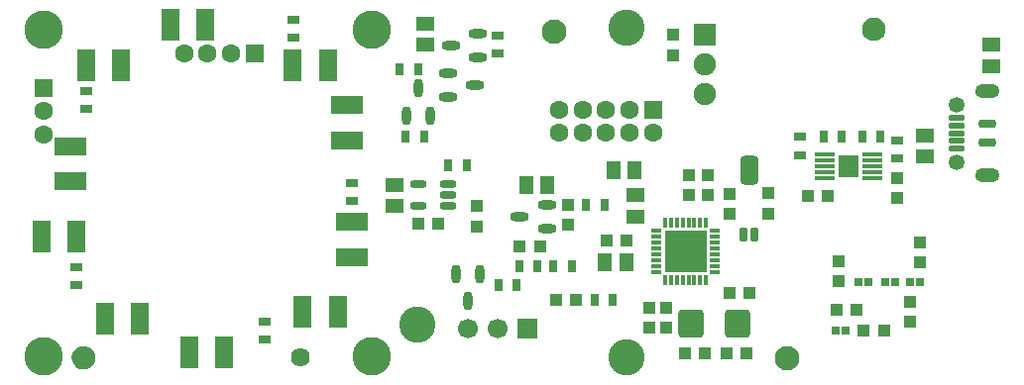
<source format=gts>
G04*
G04 #@! TF.GenerationSoftware,Altium Limited,Altium Designer,18.1.7 (191)*
G04*
G04 Layer_Color=8388736*
%FSLAX24Y24*%
%MOIN*%
G70*
G01*
G75*
%ADD36R,0.0315X0.0394*%
%ADD37R,0.0394X0.0433*%
%ADD38R,0.0433X0.0394*%
%ADD39O,0.0320X0.0630*%
%ADD40O,0.0571X0.0276*%
%ADD41R,0.0610X0.0492*%
%ADD42R,0.0492X0.0610*%
%ADD43O,0.0630X0.0320*%
G04:AMPARAMS|DCode=44|XSize=47.2mil|YSize=27.6mil|CornerRadius=7.9mil|HoleSize=0mil|Usage=FLASHONLY|Rotation=90.000|XOffset=0mil|YOffset=0mil|HoleType=Round|Shape=RoundedRectangle|*
%AMROUNDEDRECTD44*
21,1,0.0472,0.0118,0,0,90.0*
21,1,0.0315,0.0276,0,0,90.0*
1,1,0.0157,0.0059,0.0157*
1,1,0.0157,0.0059,-0.0157*
1,1,0.0157,-0.0059,-0.0157*
1,1,0.0157,-0.0059,0.0157*
%
%ADD44ROUNDEDRECTD44*%
G04:AMPARAMS|DCode=45|XSize=98.4mil|YSize=63mil|CornerRadius=16.7mil|HoleSize=0mil|Usage=FLASHONLY|Rotation=90.000|XOffset=0mil|YOffset=0mil|HoleType=Round|Shape=RoundedRectangle|*
%AMROUNDEDRECTD45*
21,1,0.0984,0.0295,0,0,90.0*
21,1,0.0650,0.0630,0,0,90.0*
1,1,0.0335,0.0148,0.0325*
1,1,0.0335,0.0148,-0.0325*
1,1,0.0335,-0.0148,-0.0325*
1,1,0.0335,-0.0148,0.0325*
%
%ADD45ROUNDEDRECTD45*%
%ADD46R,0.0394X0.0315*%
%ADD47O,0.0150X0.0374*%
%ADD48O,0.0374X0.0150*%
%ADD49R,0.1398X0.1398*%
%ADD50R,0.0591X0.0453*%
G04:AMPARAMS|DCode=51|XSize=94.5mil|YSize=86.6mil|CornerRadius=14.4mil|HoleSize=0mil|Usage=FLASHONLY|Rotation=270.000|XOffset=0mil|YOffset=0mil|HoleType=Round|Shape=RoundedRectangle|*
%AMROUNDEDRECTD51*
21,1,0.0945,0.0579,0,0,270.0*
21,1,0.0657,0.0866,0,0,270.0*
1,1,0.0287,-0.0289,-0.0329*
1,1,0.0287,-0.0289,0.0329*
1,1,0.0287,0.0289,0.0329*
1,1,0.0287,0.0289,-0.0329*
%
%ADD51ROUNDEDRECTD51*%
%ADD52R,0.0256X0.0276*%
%ADD53O,0.0709X0.0157*%
%ADD54R,0.0657X0.0780*%
%ADD55R,0.0630X0.1063*%
%ADD56R,0.1063X0.0630*%
G04:AMPARAMS|DCode=57|XSize=19.7mil|YSize=53.1mil|CornerRadius=5.9mil|HoleSize=0mil|Usage=FLASHONLY|Rotation=270.000|XOffset=0mil|YOffset=0mil|HoleType=Round|Shape=RoundedRectangle|*
%AMROUNDEDRECTD57*
21,1,0.0197,0.0413,0,0,270.0*
21,1,0.0079,0.0531,0,0,270.0*
1,1,0.0118,-0.0207,-0.0039*
1,1,0.0118,-0.0207,0.0039*
1,1,0.0118,0.0207,0.0039*
1,1,0.0118,0.0207,-0.0039*
%
%ADD57ROUNDEDRECTD57*%
G04:AMPARAMS|DCode=58|XSize=57.1mil|YSize=27.6mil|CornerRadius=7.9mil|HoleSize=0mil|Usage=FLASHONLY|Rotation=0.000|XOffset=0mil|YOffset=0mil|HoleType=Round|Shape=RoundedRectangle|*
%AMROUNDEDRECTD58*
21,1,0.0571,0.0118,0,0,0.0*
21,1,0.0413,0.0276,0,0,0.0*
1,1,0.0157,0.0207,-0.0059*
1,1,0.0157,-0.0207,-0.0059*
1,1,0.0157,-0.0207,0.0059*
1,1,0.0157,0.0207,0.0059*
%
%ADD58ROUNDEDRECTD58*%
%ADD59C,0.0512*%
%ADD60C,0.0827*%
%ADD61C,0.1220*%
%ADD62C,0.0630*%
%ADD63R,0.0630X0.0630*%
%ADD64C,0.0669*%
%ADD65R,0.0669X0.0669*%
%ADD66R,0.0630X0.0630*%
%ADD67R,0.0748X0.0748*%
%ADD68C,0.0748*%
%ADD69O,0.0827X0.0472*%
%ADD70C,0.0531*%
%ADD71C,0.1299*%
%ADD72C,0.0639*%
G36*
X26611Y25827D02*
X26624Y25724D01*
X26664Y25628D01*
X26727Y25546D01*
X26809Y25483D01*
X26905Y25443D01*
X27008Y25430D01*
X27111Y25443D01*
X27206Y25483D01*
X27289Y25546D01*
X27352Y25628D01*
X27391Y25724D01*
X27405Y25827D01*
D01*
X27391Y25930D01*
X27352Y26025D01*
X27289Y26108D01*
X27206Y26171D01*
X27111Y26210D01*
X27008Y26224D01*
X26905Y26210D01*
X26809Y26171D01*
X26727Y26108D01*
X26664Y26025D01*
X26624Y25930D01*
X26611Y25827D01*
D01*
D02*
G37*
G36*
X53186Y36890D02*
X53199Y36787D01*
X53239Y36691D01*
X53302Y36609D01*
X53384Y36546D01*
X53480Y36506D01*
X53583Y36493D01*
X53685Y36506D01*
X53781Y36546D01*
X53863Y36609D01*
X53927Y36691D01*
X53966Y36787D01*
X53980Y36890D01*
D01*
X53966Y36993D01*
X53927Y37088D01*
X53863Y37171D01*
X53781Y37234D01*
X53685Y37273D01*
X53583Y37287D01*
X53480Y37273D01*
X53384Y37234D01*
X53302Y37171D01*
X53239Y37088D01*
X53199Y36993D01*
X53186Y36890D01*
D01*
D02*
G37*
D36*
X41575Y28268D02*
D03*
X40965D02*
D03*
X44203Y27785D02*
D03*
X44813D02*
D03*
X44517Y30965D02*
D03*
X43907D02*
D03*
X39885Y32303D02*
D03*
X39275D02*
D03*
X38455Y33268D02*
D03*
X37845D02*
D03*
X38258Y35551D02*
D03*
X37648D02*
D03*
X43423Y28917D02*
D03*
X42813D02*
D03*
X42281D02*
D03*
X41672D02*
D03*
X53199Y33268D02*
D03*
X53809D02*
D03*
X52510D02*
D03*
X51900D02*
D03*
D37*
X52402Y29075D02*
D03*
Y28406D02*
D03*
X40226Y30925D02*
D03*
Y30256D02*
D03*
X43315Y30965D02*
D03*
Y30295D02*
D03*
X47992Y31319D02*
D03*
Y31988D02*
D03*
X47362Y31987D02*
D03*
Y31318D02*
D03*
X50039Y31358D02*
D03*
Y30689D02*
D03*
X48740Y31329D02*
D03*
Y30660D02*
D03*
X46024Y27500D02*
D03*
Y26831D02*
D03*
X46614Y26831D02*
D03*
Y27500D02*
D03*
X54793Y27028D02*
D03*
Y27697D02*
D03*
X55118Y29705D02*
D03*
Y29035D02*
D03*
X46821Y36693D02*
D03*
Y36024D02*
D03*
X54370Y31890D02*
D03*
Y31220D02*
D03*
D38*
X43563Y27785D02*
D03*
X42894D02*
D03*
X38278Y30325D02*
D03*
X38947D02*
D03*
X41681Y29567D02*
D03*
X42350D02*
D03*
X45256Y29764D02*
D03*
X44587D02*
D03*
X47894Y25984D02*
D03*
X47224D02*
D03*
X48642D02*
D03*
X49311D02*
D03*
X49390Y27992D02*
D03*
X48720D02*
D03*
X53248Y26732D02*
D03*
X53917D02*
D03*
X52992Y27441D02*
D03*
X52323D02*
D03*
X52028Y31260D02*
D03*
X51358D02*
D03*
D39*
X40325Y28656D02*
D03*
X39525D02*
D03*
X39925Y27746D02*
D03*
X37854Y33991D02*
D03*
X38654D02*
D03*
X38254Y34901D02*
D03*
D40*
X39265Y31299D02*
D03*
X38280Y30925D02*
D03*
X39265D02*
D03*
X38280Y31673D02*
D03*
X39265D02*
D03*
D41*
X37454Y30945D02*
D03*
Y31654D02*
D03*
X38504Y36358D02*
D03*
Y37067D02*
D03*
X55315Y32598D02*
D03*
Y33307D02*
D03*
D42*
X42606Y31653D02*
D03*
X41898D02*
D03*
X45256Y29055D02*
D03*
X44547D02*
D03*
X45541Y32146D02*
D03*
X44833D02*
D03*
D43*
X42591Y30177D02*
D03*
Y30977D02*
D03*
X41681Y30577D02*
D03*
X39267Y35413D02*
D03*
Y34613D02*
D03*
X40177Y35013D02*
D03*
X40261Y35945D02*
D03*
Y36745D02*
D03*
X39351Y36345D02*
D03*
D44*
X49567Y29961D02*
D03*
X49213D02*
D03*
D45*
X49390Y32146D02*
D03*
D46*
X40945Y36073D02*
D03*
Y36683D02*
D03*
X54370Y33140D02*
D03*
Y32530D02*
D03*
X51102Y33258D02*
D03*
Y32648D02*
D03*
X33110Y27037D02*
D03*
Y26427D02*
D03*
X26772Y28278D02*
D03*
Y28888D02*
D03*
X27087Y34213D02*
D03*
Y34823D02*
D03*
X34065Y37215D02*
D03*
Y36605D02*
D03*
X36024Y31722D02*
D03*
Y31112D02*
D03*
D47*
X47943Y28435D02*
D03*
X47746D02*
D03*
X47549D02*
D03*
X47352D02*
D03*
X47156D02*
D03*
X46959D02*
D03*
X46762D02*
D03*
X46565D02*
D03*
Y30384D02*
D03*
X46762D02*
D03*
X46959D02*
D03*
X47156D02*
D03*
X47352D02*
D03*
X47549D02*
D03*
X47746D02*
D03*
X47943D02*
D03*
D48*
X46280Y28720D02*
D03*
Y28917D02*
D03*
Y29114D02*
D03*
Y29311D02*
D03*
Y29508D02*
D03*
Y29705D02*
D03*
Y29902D02*
D03*
Y30098D02*
D03*
X48228D02*
D03*
Y29902D02*
D03*
Y29705D02*
D03*
Y29508D02*
D03*
Y29311D02*
D03*
Y29114D02*
D03*
Y28917D02*
D03*
Y28720D02*
D03*
D49*
X47254Y29409D02*
D03*
D50*
X45551Y31319D02*
D03*
Y30571D02*
D03*
X57520Y36378D02*
D03*
Y35630D02*
D03*
D51*
X47441Y26969D02*
D03*
X49016D02*
D03*
D52*
X52313Y26732D02*
D03*
X52648D02*
D03*
X53396Y28386D02*
D03*
X53061D02*
D03*
X54301D02*
D03*
X53967D02*
D03*
X55128D02*
D03*
X54793D02*
D03*
D53*
X53543Y31890D02*
D03*
Y32087D02*
D03*
Y32283D02*
D03*
Y32480D02*
D03*
Y32677D02*
D03*
X51929Y31890D02*
D03*
Y32087D02*
D03*
Y32283D02*
D03*
Y32480D02*
D03*
Y32677D02*
D03*
D54*
X52736Y32283D02*
D03*
D55*
X35551Y27362D02*
D03*
X34370D02*
D03*
X28898Y27126D02*
D03*
X27717D02*
D03*
X31732Y26024D02*
D03*
X30551D02*
D03*
X34045Y35669D02*
D03*
X35226D02*
D03*
X29921Y37028D02*
D03*
X31102D02*
D03*
X27087Y35674D02*
D03*
X28268D02*
D03*
X26772Y29921D02*
D03*
X25591D02*
D03*
D56*
X26575Y31772D02*
D03*
Y32953D02*
D03*
X36024Y30394D02*
D03*
Y29213D02*
D03*
X35851Y34331D02*
D03*
Y33150D02*
D03*
D57*
X56368Y33898D02*
D03*
Y33642D02*
D03*
Y33386D02*
D03*
Y33130D02*
D03*
Y32874D02*
D03*
D58*
X57402Y33701D02*
D03*
Y33071D02*
D03*
D59*
X27008Y25827D02*
D03*
X53583Y36890D02*
D03*
D60*
X42844Y36801D02*
D03*
X50650Y25807D02*
D03*
D61*
X38238Y26929D02*
D03*
X45276Y36929D02*
D03*
Y25827D02*
D03*
D62*
X43002Y33396D02*
D03*
X43789D02*
D03*
X44577D02*
D03*
X45364D02*
D03*
X46152D02*
D03*
X43002Y34183D02*
D03*
X43789D02*
D03*
X44577D02*
D03*
X45364D02*
D03*
X30394Y36066D02*
D03*
X31181D02*
D03*
X31969D02*
D03*
X25659Y34134D02*
D03*
Y33346D02*
D03*
D63*
X46152Y34183D02*
D03*
X25659Y34921D02*
D03*
D64*
X39929Y26811D02*
D03*
X40929D02*
D03*
D65*
X41929D02*
D03*
D66*
X32756Y36066D02*
D03*
D67*
X47913Y36693D02*
D03*
D68*
Y34724D02*
D03*
Y35709D02*
D03*
D69*
X57402Y31969D02*
D03*
Y34803D02*
D03*
D70*
X56368Y32421D02*
D03*
Y34350D02*
D03*
D71*
X25669Y25866D02*
D03*
X36693D02*
D03*
X25669Y36890D02*
D03*
X36693D02*
D03*
D72*
X34291Y25827D02*
D03*
M02*

</source>
